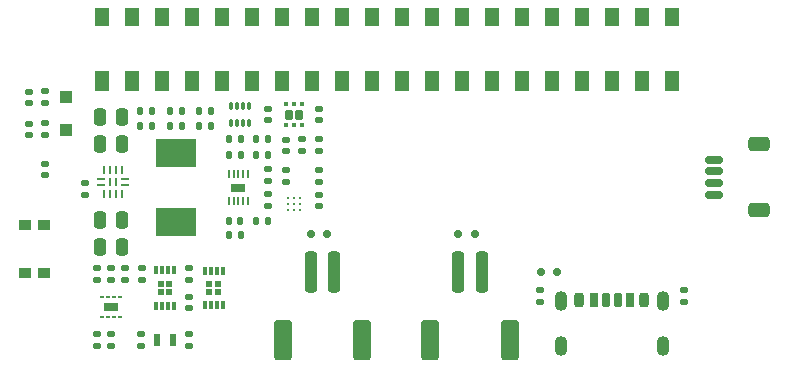
<source format=gbr>
%TF.GenerationSoftware,KiCad,Pcbnew,8.0.6*%
%TF.CreationDate,2025-01-23T17:56:30+01:00*%
%TF.ProjectId,soleil,736f6c65-696c-42e6-9b69-6361645f7063,rev?*%
%TF.SameCoordinates,Original*%
%TF.FileFunction,Paste,Top*%
%TF.FilePolarity,Positive*%
%FSLAX46Y46*%
G04 Gerber Fmt 4.6, Leading zero omitted, Abs format (unit mm)*
G04 Created by KiCad (PCBNEW 8.0.6) date 2025-01-23 17:56:30*
%MOMM*%
%LPD*%
G01*
G04 APERTURE LIST*
G04 Aperture macros list*
%AMRoundRect*
0 Rectangle with rounded corners*
0 $1 Rounding radius*
0 $2 $3 $4 $5 $6 $7 $8 $9 X,Y pos of 4 corners*
0 Add a 4 corners polygon primitive as box body*
4,1,4,$2,$3,$4,$5,$6,$7,$8,$9,$2,$3,0*
0 Add four circle primitives for the rounded corners*
1,1,$1+$1,$2,$3*
1,1,$1+$1,$4,$5*
1,1,$1+$1,$6,$7*
1,1,$1+$1,$8,$9*
0 Add four rect primitives between the rounded corners*
20,1,$1+$1,$2,$3,$4,$5,0*
20,1,$1+$1,$4,$5,$6,$7,0*
20,1,$1+$1,$6,$7,$8,$9,0*
20,1,$1+$1,$8,$9,$2,$3,0*%
G04 Aperture macros list end*
%ADD10RoundRect,0.140000X0.170000X-0.140000X0.170000X0.140000X-0.170000X0.140000X-0.170000X-0.140000X0*%
%ADD11RoundRect,0.150000X-0.150000X-0.200000X0.150000X-0.200000X0.150000X0.200000X-0.150000X0.200000X0*%
%ADD12RoundRect,0.140000X-0.170000X0.140000X-0.170000X-0.140000X0.170000X-0.140000X0.170000X0.140000X0*%
%ADD13RoundRect,0.140000X-0.140000X-0.170000X0.140000X-0.170000X0.140000X0.170000X-0.140000X0.170000X0*%
%ADD14RoundRect,0.147500X0.172500X-0.147500X0.172500X0.147500X-0.172500X0.147500X-0.172500X-0.147500X0*%
%ADD15RoundRect,0.250000X-0.250000X-0.475000X0.250000X-0.475000X0.250000X0.475000X-0.250000X0.475000X0*%
%ADD16RoundRect,0.135000X-0.185000X0.135000X-0.185000X-0.135000X0.185000X-0.135000X0.185000X0.135000X0*%
%ADD17R,1.270000X1.680000*%
%ADD18R,1.270000X1.500000*%
%ADD19R,0.600000X0.500000*%
%ADD20R,0.300000X0.750000*%
%ADD21RoundRect,0.135000X-0.135000X-0.185000X0.135000X-0.185000X0.135000X0.185000X-0.135000X0.185000X0*%
%ADD22RoundRect,0.250000X-0.300000X0.300000X-0.300000X-0.300000X0.300000X-0.300000X0.300000X0.300000X0*%
%ADD23RoundRect,0.250000X0.250000X0.475000X-0.250000X0.475000X-0.250000X-0.475000X0.250000X-0.475000X0*%
%ADD24R,3.429000X2.413000*%
%ADD25RoundRect,0.150000X0.150000X0.200000X-0.150000X0.200000X-0.150000X-0.200000X0.150000X-0.200000X0*%
%ADD26RoundRect,0.050000X0.100000X-0.285000X0.100000X0.285000X-0.100000X0.285000X-0.100000X-0.285000X0*%
%ADD27RoundRect,0.172500X0.172500X-0.262500X0.172500X0.262500X-0.172500X0.262500X-0.172500X-0.262500X0*%
%ADD28RoundRect,0.093750X0.106250X-0.093750X0.106250X0.093750X-0.106250X0.093750X-0.106250X-0.093750X0*%
%ADD29RoundRect,0.135000X0.135000X0.185000X-0.135000X0.185000X-0.135000X-0.185000X0.135000X-0.185000X0*%
%ADD30RoundRect,0.135000X0.185000X-0.135000X0.185000X0.135000X-0.185000X0.135000X-0.185000X-0.135000X0*%
%ADD31RoundRect,0.250000X-0.250000X-1.500000X0.250000X-1.500000X0.250000X1.500000X-0.250000X1.500000X0*%
%ADD32RoundRect,0.250001X-0.499999X-1.449999X0.499999X-1.449999X0.499999X1.449999X-0.499999X1.449999X0*%
%ADD33R,0.304800X0.254000*%
%ADD34R,1.260000X0.728000*%
%ADD35R,0.254000X0.711200*%
%ADD36R,0.711200X0.254000*%
%ADD37R,0.250000X0.700000*%
%ADD38RoundRect,0.147500X-0.172500X0.147500X-0.172500X-0.147500X0.172500X-0.147500X0.172500X0.147500X0*%
%ADD39R,1.000000X0.900000*%
%ADD40C,0.245000*%
%ADD41R,0.600000X1.100000*%
%ADD42RoundRect,0.175000X-0.175000X-0.425000X0.175000X-0.425000X0.175000X0.425000X-0.175000X0.425000X0*%
%ADD43RoundRect,0.190000X0.190000X0.410000X-0.190000X0.410000X-0.190000X-0.410000X0.190000X-0.410000X0*%
%ADD44RoundRect,0.200000X0.200000X0.400000X-0.200000X0.400000X-0.200000X-0.400000X0.200000X-0.400000X0*%
%ADD45RoundRect,0.175000X0.175000X0.425000X-0.175000X0.425000X-0.175000X-0.425000X0.175000X-0.425000X0*%
%ADD46RoundRect,0.190000X-0.190000X-0.410000X0.190000X-0.410000X0.190000X0.410000X-0.190000X0.410000X0*%
%ADD47RoundRect,0.200000X-0.200000X-0.400000X0.200000X-0.400000X0.200000X0.400000X-0.200000X0.400000X0*%
%ADD48O,1.100000X1.700000*%
%ADD49RoundRect,0.150000X0.625000X-0.150000X0.625000X0.150000X-0.625000X0.150000X-0.625000X-0.150000X0*%
%ADD50RoundRect,0.250000X0.650000X-0.350000X0.650000X0.350000X-0.650000X0.350000X-0.650000X-0.350000X0*%
%ADD51R,0.203200X0.660400*%
%ADD52R,1.200000X0.720000*%
G04 APERTURE END LIST*
D10*
%TO.C,C23*%
X144200000Y-89780000D03*
X144200000Y-88820000D03*
%TD*%
D11*
%TO.C,D3*%
X164400000Y-97400000D03*
X163000000Y-97400000D03*
%TD*%
D12*
%TO.C,C24*%
X124400000Y-89920000D03*
X124400000Y-90880000D03*
%TD*%
D13*
%TO.C,C17*%
X138920000Y-93100000D03*
X139880000Y-93100000D03*
%TD*%
D14*
%TO.C,D2*%
X119700000Y-85833382D03*
X119700000Y-84863382D03*
%TD*%
D15*
%TO.C,C14*%
X125650000Y-84300000D03*
X127550000Y-84300000D03*
%TD*%
D16*
%TO.C,R13*%
X139900000Y-88740000D03*
X139900000Y-89760000D03*
%TD*%
D12*
%TO.C,C7*%
X139900000Y-83620000D03*
X139900000Y-84580000D03*
%TD*%
D17*
%TO.C,J2*%
X125870000Y-81220000D03*
D18*
X125870000Y-75860000D03*
D17*
X128410000Y-81220000D03*
D18*
X128410000Y-75860000D03*
D17*
X130950000Y-81220000D03*
D18*
X130950000Y-75860000D03*
D17*
X133490000Y-81220000D03*
D18*
X133490000Y-75860000D03*
D17*
X136030000Y-81220000D03*
D18*
X136030000Y-75860000D03*
D17*
X138570000Y-81220000D03*
D18*
X138570000Y-75860000D03*
D17*
X141110000Y-81220000D03*
D18*
X141110000Y-75860000D03*
D17*
X143650000Y-81220000D03*
D18*
X143650000Y-75860000D03*
D17*
X146190000Y-81220000D03*
D18*
X146190000Y-75860000D03*
D17*
X148730000Y-81220000D03*
D18*
X148730000Y-75860000D03*
D17*
X151270000Y-81220000D03*
D18*
X151270000Y-75860000D03*
D17*
X153810000Y-81220000D03*
D18*
X153810000Y-75860000D03*
D17*
X156350000Y-81220000D03*
D18*
X156350000Y-75860000D03*
D17*
X158890000Y-81220000D03*
D18*
X158890000Y-75860000D03*
D17*
X161430000Y-81220000D03*
D18*
X161430000Y-75860000D03*
D17*
X163970000Y-81220000D03*
D18*
X163970000Y-75860000D03*
D17*
X166510000Y-81220000D03*
D18*
X166510000Y-75860000D03*
D17*
X169050000Y-81220000D03*
D18*
X169050000Y-75860000D03*
D17*
X171590000Y-81220000D03*
D18*
X171590000Y-75860000D03*
D17*
X174130000Y-81220000D03*
D18*
X174130000Y-75860000D03*
%TD*%
D19*
%TO.C,U1*%
X130802500Y-99102500D03*
X131552500Y-99102500D03*
X130802500Y-98452500D03*
X131552500Y-98452500D03*
D20*
X130427500Y-100277500D03*
X130927500Y-100277500D03*
X131427500Y-100277500D03*
X131927500Y-100277500D03*
X131927500Y-97277500D03*
X131427500Y-97277500D03*
X130927500Y-97277500D03*
X130427500Y-97277500D03*
%TD*%
D21*
%TO.C,R1*%
X131590000Y-83800000D03*
X132610000Y-83800000D03*
%TD*%
D22*
%TO.C,D6*%
X122800000Y-82600000D03*
X122800000Y-85400000D03*
%TD*%
D23*
%TO.C,C13*%
X127550000Y-95300000D03*
X125650000Y-95300000D03*
%TD*%
D16*
%TO.C,R8*%
X125400000Y-102690000D03*
X125400000Y-103710000D03*
%TD*%
D24*
%TO.C,L1*%
X132100000Y-93221000D03*
X132100000Y-87379000D03*
%TD*%
D25*
%TO.C,D1*%
X156000000Y-94200000D03*
X157400000Y-94200000D03*
%TD*%
D16*
%TO.C,R5*%
X126600000Y-97090000D03*
X126600000Y-98110000D03*
%TD*%
D26*
%TO.C,U3*%
X136750000Y-84840000D03*
X137250000Y-84840000D03*
X137750000Y-84840000D03*
X138250000Y-84840000D03*
X138250000Y-83360000D03*
X137750000Y-83360000D03*
X137250000Y-83360000D03*
X136750000Y-83360000D03*
%TD*%
D21*
%TO.C,R21*%
X134090000Y-85100000D03*
X135110000Y-85100000D03*
%TD*%
D23*
%TO.C,C12*%
X127550000Y-93000000D03*
X125650000Y-93000000D03*
%TD*%
D10*
%TO.C,C2*%
X133177500Y-100480000D03*
X133177500Y-99520000D03*
%TD*%
D25*
%TO.C,D4*%
X143500000Y-94200000D03*
X144900000Y-94200000D03*
%TD*%
D27*
%TO.C,U8*%
X141700000Y-84100000D03*
X142500000Y-84100000D03*
D28*
X141450000Y-84987500D03*
X142100000Y-84987500D03*
X142750000Y-84987500D03*
X142750000Y-83212500D03*
X142100000Y-83212500D03*
X141450000Y-83212500D03*
%TD*%
D29*
%TO.C,R16*%
X137590000Y-94300000D03*
X136570000Y-94300000D03*
%TD*%
D16*
%TO.C,R12*%
X139900000Y-90840000D03*
X139900000Y-91860000D03*
%TD*%
D19*
%TO.C,U4*%
X134925000Y-99125000D03*
X135675000Y-99125000D03*
X134925000Y-98475000D03*
X135675000Y-98475000D03*
D20*
X134550000Y-100250000D03*
X135050000Y-100250000D03*
X135550000Y-100250000D03*
X136050000Y-100250000D03*
X136050000Y-97350000D03*
X135550000Y-97350000D03*
X135050000Y-97350000D03*
X134550000Y-97350000D03*
%TD*%
D13*
%TO.C,C16*%
X136600000Y-93100000D03*
X137560000Y-93100000D03*
%TD*%
D12*
%TO.C,C6*%
X126600000Y-102720000D03*
X126600000Y-103680000D03*
%TD*%
D30*
%TO.C,R4*%
X175100000Y-100010000D03*
X175100000Y-98990000D03*
%TD*%
D16*
%TO.C,R7*%
X121000000Y-84838382D03*
X121000000Y-85858382D03*
%TD*%
D12*
%TO.C,C11*%
X121000000Y-88250000D03*
X121000000Y-89210000D03*
%TD*%
D13*
%TO.C,C9*%
X136620000Y-86200000D03*
X137580000Y-86200000D03*
%TD*%
D31*
%TO.C,J1*%
X156000000Y-97450000D03*
X158000000Y-97450000D03*
D32*
X153650000Y-103200000D03*
X160350000Y-103200000D03*
%TD*%
D12*
%TO.C,C19*%
X141400000Y-86220000D03*
X141400000Y-87180000D03*
%TD*%
D10*
%TO.C,C21*%
X144200000Y-91880000D03*
X144200000Y-90920000D03*
%TD*%
D12*
%TO.C,C20*%
X144200000Y-83620000D03*
X144200000Y-84580000D03*
%TD*%
D16*
%TO.C,R15*%
X144200000Y-86180000D03*
X144200000Y-87200000D03*
%TD*%
D12*
%TO.C,C10*%
X133200000Y-97120000D03*
X133200000Y-98080000D03*
%TD*%
D33*
%TO.C,U2*%
X127350001Y-99549100D03*
X126850000Y-99549100D03*
X126350000Y-99549100D03*
X125849999Y-99549100D03*
X125849999Y-101250900D03*
X126350000Y-101250900D03*
X126850000Y-101250900D03*
X127350001Y-101250900D03*
D34*
X126600000Y-100400000D03*
%TD*%
D29*
%TO.C,R2*%
X135110000Y-83800000D03*
X134090000Y-83800000D03*
%TD*%
D35*
%TO.C,U6*%
X127553301Y-88796700D03*
X127053300Y-88796700D03*
X126553300Y-88796700D03*
X126053299Y-88796700D03*
D36*
X125800000Y-89550000D03*
X125800000Y-90050000D03*
D35*
X126053299Y-90803300D03*
X126553300Y-90803300D03*
X127053300Y-90803300D03*
X127553301Y-90803300D03*
D36*
X127806600Y-90050000D03*
X127806600Y-89550000D03*
D37*
X127053300Y-89800000D03*
X126553300Y-89800000D03*
%TD*%
D16*
%TO.C,R14*%
X142800000Y-86190000D03*
X142800000Y-87210000D03*
%TD*%
D13*
%TO.C,C18*%
X136620000Y-87500000D03*
X137580000Y-87500000D03*
%TD*%
D15*
%TO.C,C15*%
X125650000Y-86600000D03*
X127550000Y-86600000D03*
%TD*%
D12*
%TO.C,C5*%
X127800000Y-97120000D03*
X127800000Y-98080000D03*
%TD*%
D38*
%TO.C,D5*%
X119700000Y-82166618D03*
X119700000Y-83136618D03*
%TD*%
D21*
%TO.C,R9*%
X129090000Y-83800000D03*
X130110000Y-83800000D03*
%TD*%
D29*
%TO.C,R20*%
X132610000Y-85100000D03*
X131590000Y-85100000D03*
%TD*%
D39*
%TO.C,SW1*%
X119300000Y-97550000D03*
X119300000Y-93450000D03*
X120900000Y-97550000D03*
X120900000Y-93450000D03*
%TD*%
D31*
%TO.C,J4*%
X143500000Y-97450000D03*
X145500000Y-97450000D03*
D32*
X141150000Y-103200000D03*
X147850000Y-103200000D03*
%TD*%
D40*
%TO.C,U9*%
X141600000Y-91200000D03*
X142100000Y-91200000D03*
X142600000Y-91200000D03*
X141600000Y-91700000D03*
X142100000Y-91700000D03*
X142600000Y-91700000D03*
X141600000Y-92200000D03*
X142100000Y-92200000D03*
X142600000Y-92200000D03*
%TD*%
D21*
%TO.C,R18*%
X138890000Y-87500000D03*
X139910000Y-87500000D03*
%TD*%
D41*
%TO.C,Y1*%
X131877500Y-103200000D03*
X130477500Y-103200000D03*
%TD*%
D12*
%TO.C,C4*%
X133177500Y-102720000D03*
X133177500Y-103680000D03*
%TD*%
D13*
%TO.C,C8*%
X138920000Y-86200000D03*
X139880000Y-86200000D03*
%TD*%
D42*
%TO.C,J3*%
X168500000Y-99820000D03*
D43*
X170520000Y-99820000D03*
D44*
X171750000Y-99820000D03*
D45*
X169500000Y-99820000D03*
D46*
X167480000Y-99820000D03*
D47*
X166250000Y-99820000D03*
D48*
X164680000Y-99900000D03*
X164680000Y-103700000D03*
X173320000Y-99900000D03*
X173320000Y-103700000D03*
%TD*%
D30*
%TO.C,R3*%
X162900000Y-100010000D03*
X162900000Y-98990000D03*
%TD*%
D16*
%TO.C,R19*%
X141400000Y-88790000D03*
X141400000Y-89810000D03*
%TD*%
D21*
%TO.C,R10*%
X129090000Y-85100000D03*
X130110000Y-85100000D03*
%TD*%
D12*
%TO.C,C3*%
X129200000Y-97120000D03*
X129200000Y-98080000D03*
%TD*%
%TO.C,C1*%
X129177500Y-102720000D03*
X129177500Y-103680000D03*
%TD*%
D30*
%TO.C,R6*%
X125400000Y-98110000D03*
X125400000Y-97090000D03*
%TD*%
D49*
%TO.C,J5*%
X177625000Y-90912500D03*
X177625000Y-89912500D03*
X177625000Y-88912500D03*
X177625000Y-87912500D03*
D50*
X181500000Y-92212500D03*
X181500000Y-86612500D03*
%TD*%
D30*
%TO.C,R11*%
X121000000Y-83161618D03*
X121000000Y-82141618D03*
%TD*%
D51*
%TO.C,U7*%
X136599900Y-91430300D03*
X136999950Y-91430300D03*
X137400000Y-91430300D03*
X137800050Y-91430300D03*
X138200100Y-91430300D03*
X138200100Y-89169700D03*
X137800050Y-89169700D03*
X137400000Y-89169700D03*
X136999950Y-89169700D03*
X136599900Y-89169700D03*
D52*
X137400000Y-90300000D03*
%TD*%
M02*

</source>
